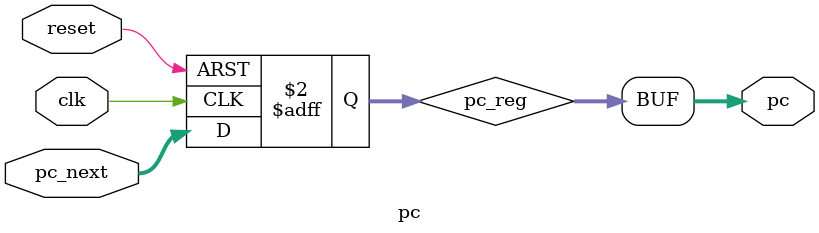
<source format=v>
`timescale 1ns / 1ps
module pc(
    input           clk,
    input           reset,     // active-high reset
    input  [31:0]   pc_next,
    output [31:0]   pc
);
    reg [31:0] pc_reg;
    assign pc = pc_reg;

    always @(posedge clk or posedge reset) begin
        if (reset)
            pc_reg <= 32'd0;
        else
            pc_reg <= pc_next;
    end
endmodule

</source>
